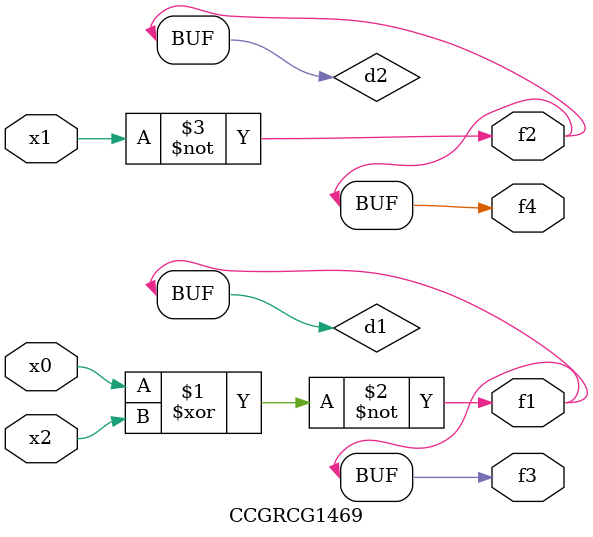
<source format=v>
module CCGRCG1469(
	input x0, x1, x2,
	output f1, f2, f3, f4
);

	wire d1, d2, d3;

	xnor (d1, x0, x2);
	nand (d2, x1);
	nor (d3, x1, x2);
	assign f1 = d1;
	assign f2 = d2;
	assign f3 = d1;
	assign f4 = d2;
endmodule

</source>
